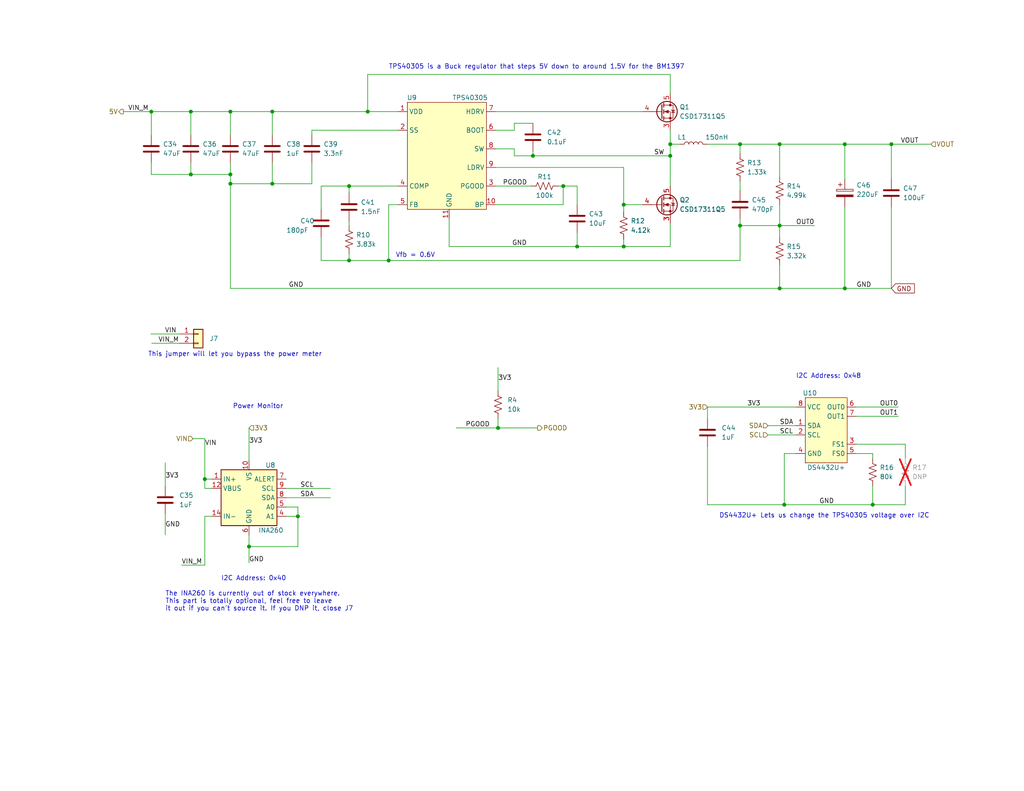
<source format=kicad_sch>
(kicad_sch (version 20230121) (generator eeschema)
  (paper "A")
  (title_block (title "le bitaxeUltra") (date "2023-07-10") (rev "0"))
  (lib_symbols
    (symbol "Connector_Generic:Conn_01x02" (pin_names (offset 1.016) hide)
      (property "Reference" "J" (at 0 2.54 0))
      (property "Value" "Conn_01x02" (at 0 -5.08 0))
      (symbol "Conn_01x02_1_1"
        (rectangle (start -1.27 -2.413) (end 0 -2.667) (stroke (width 0.1524)))
        (rectangle (start -1.27 0.127) (end 0 -0.127) (stroke (width 0.1524)))
        (rectangle (start -1.27 1.27) (end 1.27 -3.81) (stroke (width 0.254)) (fill (type background)))
        (pin passive line (at -5.08 0 0) (length 3.81) (name "Pin_1") (number "1"))
        (pin passive line (at -5.08 -2.54 0) (length 3.81) (name "Pin_2") (number "2"))
      )
    )
    (symbol "Device:C" (pin_numbers hide) (pin_names (offset 0.254))
      (property "Reference" "C" (at 0.635 2.54 0))
      (property "Value" "C" (at 0.635 -2.54 0))
      (symbol "C_0_1"
        (polyline (pts (xy -2.032 -0.762) (xy 2.032 -0.762)) (stroke (width 0.508)))
        (polyline (pts (xy -2.032 0.762) (xy 2.032 0.762)) (stroke (width 0.508)))
      )
      (symbol "C_1_1"
        (pin passive line (at 0 3.81 270) (length 2.794) (name "~") (number "1"))
        (pin passive line (at 0 -3.81 90) (length 2.794) (name "~") (number "2"))
      )
    )
    (symbol "Device:C_Polarized" (pin_numbers hide) (pin_names (offset 0.254))
      (property "Reference" "C" (at 0.635 2.54 0))
      (property "Value" "C_Polarized" (at 0.635 -2.54 0))
      (symbol "C_Polarized_0_1"
        (rectangle (start -2.286 0.508) (end 2.286 1.016))
        (polyline (pts (xy -1.778 2.286) (xy -0.762 2.286)))
        (polyline (pts (xy -1.27 2.794) (xy -1.27 1.778)))
        (rectangle (start 2.286 -0.508) (end -2.286 -1.016) (fill (type outline)))
      )
      (symbol "C_Polarized_1_1"
        (pin passive line (at 0 3.81 270) (length 2.794) (name "~") (number "1"))
        (pin passive line (at 0 -3.81 90) (length 2.794) (name "~") (number "2"))
      )
    )
    (symbol "Device:L" (pin_numbers hide) (pin_names (offset 1.016) hide)
      (property "Reference" "L" (at -1.27 0 90))
      (property "Value" "L" (at 1.905 0 90))
      (symbol "L_0_1"
        (arc (start 0 -2.54) (mid 0.6323 -1.905) (end 0 -1.27))
        (arc (start 0 -1.27) (mid 0.6323 -0.635) (end 0 0))
        (arc (start 0 0) (mid 0.6323 0.635) (end 0 1.27))
        (arc (start 0 1.27) (mid 0.6323 1.905) (end 0 2.54))
      )
      (symbol "L_1_1"
        (pin passive line (at 0 3.81 270) (length 1.27) (name "1") (number "1"))
        (pin passive line (at 0 -3.81 90) (length 1.27) (name "2") (number "2"))
      )
    )
    (symbol "Device:R_US" (pin_numbers hide) (pin_names (offset 0))
      (property "Reference" "R" (at 2.54 0 90))
      (property "Value" "R_US" (at -2.54 0 90))
      (symbol "R_US_0_1"
        (polyline (pts (xy 0 -2.286) (xy 0 -2.54)))
        (polyline (pts (xy 0 2.286) (xy 0 2.54)))
        (polyline (pts (xy 0 -0.762) (xy 1.016 -1.143) (xy 0 -1.524) (xy -1.016 -1.905) (xy 0 -2.286)))
        (polyline (pts (xy 0 0.762) (xy 1.016 0.381) (xy 0 0) (xy -1.016 -0.381) (xy 0 -0.762)))
        (polyline (pts (xy 0 2.286) (xy 1.016 1.905) (xy 0 1.524) (xy -1.016 1.143) (xy 0 0.762)))
      )
      (symbol "R_US_1_1"
        (pin passive line (at 0 3.81 270) (length 1.27) (name "~") (number "1"))
        (pin passive line (at 0 -3.81 90) (length 1.27) (name "~") (number "2"))
      )
    )
    (symbol "Sensor:INA260"
      (property "Reference" "U" (at -6.35 8.89 0))
      (property "Value" "INA260" (at 2.54 8.89 0))
      (symbol "INA260_0_1"
        (rectangle (start -7.62 7.62) (end 7.62 -7.62) (stroke (width 0.254)) (fill (type background)))
      )
      (symbol "INA260_1_1"
        (pin passive line (at -10.16 5.08 0) (length 2.54) (name "IN+") (number "1"))
        (pin power_in line (at 0 10.16 270) (length 2.54) (name "VS") (number "10"))
        (pin passive line (at 0 -10.16 90) (length 2.54) hide (name "GND") (number "11"))
        (pin passive line (at -10.16 2.54 0) (length 2.54) (name "VBUS") (number "12"))
        (pin no_connect line (at 2.54 -7.62 90) (length 2.54) hide (name "NC") (number "13"))
        (pin passive line (at -10.16 -5.08 0) (length 2.54) (name "IN-") (number "14"))
        (pin passive line (at -10.16 -5.08 0) (length 2.54) hide (name "IN-") (number "15"))
        (pin passive line (at -10.16 -5.08 0) (length 2.54) hide (name "IN-") (number "16"))
        (pin passive line (at -10.16 5.08 0) (length 2.54) hide (name "IN+") (number "2"))
        (pin passive line (at -10.16 5.08 0) (length 2.54) hide (name "IN+") (number "3"))
        (pin input line (at 10.16 -5.08 180) (length 2.54) (name "A1") (number "4"))
        (pin input line (at 10.16 -2.54 180) (length 2.54) (name "A0") (number "5"))
        (pin power_in line (at 0 -10.16 90) (length 2.54) (name "GND") (number "6"))
        (pin open_collector line (at 10.16 5.08 180) (length 2.54) (name "ALERT") (number "7"))
        (pin bidirectional line (at 10.16 0 180) (length 2.54) (name "SDA") (number "8"))
        (pin input line (at 10.16 2.54 180) (length 2.54) (name "SCL") (number "9"))
      )
    )
    (symbol "bitaxe:DS4432U+"
      (property "Reference" "U10" (at -5.08 10.16 0))
      (property "Value" "DS4432U+" (at -0.635 -10.16 0))
      (symbol "DS4432U+_0_1"
        (rectangle (start -6.35 8.89) (end 5.08 -8.89) (stroke (width 0.1524)) (fill (type background)))
      )
      (symbol "DS4432U+_1_1"
        (pin input line (at -8.89 1.27 0) (length 2.54) (name "SDA") (number "1"))
        (pin input line (at -8.89 -1.27 0) (length 2.54) (name "SCL") (number "2"))
        (pin input line (at 7.62 -3.81 180) (length 2.54) (name "FS1") (number "3"))
        (pin power_in line (at -8.89 -6.35 0) (length 2.54) (name "GND") (number "4"))
        (pin input line (at 7.62 -6.35 180) (length 2.54) (name "FS0") (number "5"))
        (pin output line (at 7.62 6.35 180) (length 2.54) (name "OUT0") (number "6"))
        (pin output line (at 7.62 3.81 180) (length 2.54) (name "OUT1") (number "7"))
        (pin power_in line (at -8.89 6.35 0) (length 2.54) (name "VCC") (number "8"))
      )
    )
    (symbol "bitaxe:Q_NMOS_CSD17311Q5_1" (pin_names (offset 0) hide)
      (property "Reference" "Q1" (at 5.08 1.27 0))
      (property "Value" "CSD17311Q5" (at 5.08 -1.27 0))
      (symbol "Q_NMOS_CSD17311Q5_1_0_1"
        (polyline (pts (xy 0.254 0) (xy -2.54 0)))
        (polyline (pts (xy 0.254 1.905) (xy 0.254 -1.905)) (stroke (width 0.254)))
        (polyline (pts (xy 0.762 -1.27) (xy 0.762 -2.286)) (stroke (width 0.254)))
        (polyline (pts (xy 0.762 0.508) (xy 0.762 -0.508)) (stroke (width 0.254)))
        (polyline (pts (xy 0.762 2.286) (xy 0.762 1.27)) (stroke (width 0.254)))
        (polyline (pts (xy 2.54 2.54) (xy 2.54 1.778)))
        (polyline (pts (xy 2.54 -2.54) (xy 2.54 0) (xy 0.762 0)))
        (polyline (pts (xy 0.762 -1.778) (xy 3.302 -1.778) (xy 3.302 1.778) (xy 0.762 1.778)))
        (polyline (pts (xy 1.016 0) (xy 2.032 0.381) (xy 2.032 -0.381) (xy 1.016 0)) (fill (type outline)))
        (polyline (pts (xy 2.794 0.508) (xy 2.921 0.381) (xy 3.683 0.381) (xy 3.81 0.254)))
        (polyline (pts (xy 3.302 0.381) (xy 2.921 -0.254) (xy 3.683 -0.254) (xy 3.302 0.381)))
        (circle (center 1.651 0) (radius 2.794) (stroke (width 0.254)))
        (circle (center 2.54 -1.778) (radius 0.254) (fill (type outline)))
        (circle (center 2.54 1.778) (radius 0.254) (fill (type outline)))
      )
      (symbol "Q_NMOS_CSD17311Q5_1_1_1"
        (pin passive line (at 2.54 -5.08 90) (length 2.54) hide (name "") (number "1"))
        (pin passive line (at 2.54 -5.08 90) (length 2.54) hide (name "") (number "2"))
        (pin passive line (at 2.54 -5.08 90) (length 2.54) (name "S") (number "3"))
        (pin input line (at -5.08 0 0) (length 2.54) (name "G") (number "4"))
        (pin passive line (at 2.54 5.08 270) (length 2.54) (name "D") (number "5"))
      )
    )
    (symbol "bitaxe:TPS40305"
      (property "Reference" "U9" (at -10.16 16.51 0))
      (property "Value" "TPS40305" (at 5.715 16.51 0))
      (symbol "TPS40305_0_1"
        (rectangle (start -11.43 15.24) (end 10.16 -13.97) (stroke (width 0.1524)) (fill (type background)))
      )
      (symbol "TPS40305_1_1"
        (pin input line (at -13.97 12.7 0) (length 2.54) (name "VDD") (number "1"))
        (pin input line (at 12.7 -12.7 180) (length 2.54) (name "BP") (number "10"))
        (pin input line (at 0 -16.51 90) (length 2.54) (name "GND") (number "11"))
        (pin input line (at -13.97 7.62 0) (length 2.54) (name "SS") (number "2"))
        (pin input line (at 12.7 -7.62 180) (length 2.54) (name "PGOOD") (number "3"))
        (pin input line (at -13.97 -7.62 0) (length 2.54) (name "COMP") (number "4"))
        (pin input line (at -13.97 -12.7 0) (length 2.54) (name "FB") (number "5"))
        (pin input line (at 12.7 7.62 180) (length 2.54) (name "BOOT") (number "6"))
        (pin input line (at 12.7 12.7 180) (length 2.54) (name "HDRV") (number "7"))
        (pin input line (at 12.7 2.54 180) (length 2.54) (name "SW") (number "8"))
        (pin input line (at 12.7 -2.54 180) (length 2.54) (name "LDRV") (number "9"))
      )
    )
  )
  (junction (at 135.89 116.84))
  (junction (at 62.865 50.165))
  (junction (at 201.93 61.595))
  (junction (at 62.865 47.625))
  (junction (at 238.125 137.795))
  (junction (at 153.67 50.8))
  (junction (at 213.995 137.795))
  (junction (at 41.275 30.48))
  (junction (at 145.415 42.545))
  (junction (at 182.88 42.545))
  (junction (at 212.725 78.74))
  (junction (at 95.25 50.8))
  (junction (at 182.88 39.37))
  (junction (at 170.18 55.88))
  (junction (at 230.505 78.74))
  (junction (at 212.725 39.37))
  (junction (at 52.07 47.625))
  (junction (at 74.295 30.48))
  (junction (at 100.33 30.48))
  (junction (at 106.045 71.12))
  (junction (at 67.945 149.225))
  (junction (at 52.07 30.48))
  (junction (at 230.505 39.37))
  (junction (at 212.725 61.595))
  (junction (at 81.28 140.97))
  (junction (at 157.48 67.31))
  (junction (at 62.865 30.48))
  (junction (at 74.295 50.165))
  (junction (at 243.205 39.37))
  (junction (at 55.88 130.81))
  (junction (at 201.93 39.37))
  (junction (at 95.25 71.12))
  (junction (at 170.18 67.31))
  (wire (pts (xy 247.015 137.795) (xy 238.125 137.795)))
  (wire (pts (xy 243.205 39.37) (xy 230.505 39.37)))
  (wire (pts (xy 193.04 111.125) (xy 217.17 111.125)))
  (wire (pts (xy 157.48 63.5) (xy 157.48 67.31)))
  (wire (pts (xy 41.275 30.48) (xy 52.07 30.48)))
  (wire (pts (xy 108.585 50.8) (xy 95.25 50.8)))
  (wire (pts (xy 182.88 35.56) (xy 182.88 39.37)))
  (wire (pts (xy 243.205 48.895) (xy 243.205 39.37)))
  (wire (pts (xy 170.18 55.88) (xy 175.26 55.88)))
  (wire (pts (xy 67.945 116.84) (xy 67.945 125.73)))
  (wire (pts (xy 95.25 60.325) (xy 95.25 61.595)))
  (wire (pts (xy 74.295 44.45) (xy 74.295 50.165)))
  (wire (pts (xy 212.725 55.88) (xy 212.725 61.595)))
  (wire (pts (xy 170.18 45.72) (xy 170.18 55.88)))
  (wire (pts (xy 55.88 130.81) (xy 55.88 119.761)))
  (wire (pts (xy 52.07 44.45) (xy 52.07 47.625)))
  (wire (pts (xy 170.18 67.31) (xy 170.18 65.405)))
  (wire (pts (xy 233.68 113.665) (xy 245.11 113.665)))
  (wire (pts (xy 85.09 44.45) (xy 85.09 50.165)))
  (wire (pts (xy 247.015 132.715) (xy 247.015 137.795)))
  (wire (pts (xy 182.88 20.32) (xy 100.33 20.32)))
  (wire (pts (xy 193.04 114.3) (xy 193.04 111.125)))
  (wire (pts (xy 201.93 39.37) (xy 201.93 41.91)))
  (wire (pts (xy 57.785 133.35) (xy 55.88 133.35)))
  (wire (pts (xy 52.07 47.625) (xy 62.865 47.625)))
  (wire (pts (xy 243.205 39.37) (xy 254 39.37)))
  (wire (pts (xy 55.88 140.97) (xy 55.88 154.305)))
  (wire (pts (xy 124.46 116.84) (xy 135.89 116.84)))
  (wire (pts (xy 87.63 71.12) (xy 87.63 64.77)))
  (wire (pts (xy 87.63 50.8) (xy 87.63 57.15)))
  (wire (pts (xy 49.53 154.305) (xy 55.88 154.305)))
  (wire (pts (xy 209.55 116.205) (xy 217.17 116.205)))
  (wire (pts (xy 62.865 50.165) (xy 74.295 50.165)))
  (wire (pts (xy 78.105 138.43) (xy 81.28 138.43)))
  (wire (pts (xy 122.555 67.31) (xy 157.48 67.31)))
  (wire (pts (xy 81.28 149.225) (xy 67.945 149.225)))
  (wire (pts (xy 213.995 123.825) (xy 217.17 123.825)))
  (wire (pts (xy 62.865 78.74) (xy 212.725 78.74)))
  (wire (pts (xy 201.93 49.53) (xy 201.93 52.07)))
  (wire (pts (xy 57.785 130.81) (xy 55.88 130.81)))
  (wire (pts (xy 74.295 30.48) (xy 74.295 36.83)))
  (wire (pts (xy 95.25 69.215) (xy 95.25 71.12)))
  (wire (pts (xy 233.68 121.285) (xy 247.015 121.285)))
  (wire (pts (xy 212.725 72.39) (xy 212.725 78.74)))
  (wire (pts (xy 41.402 93.726) (xy 49.022 93.726)))
  (wire (pts (xy 157.48 67.31) (xy 170.18 67.31)))
  (wire (pts (xy 238.125 132.715) (xy 238.125 137.795)))
  (wire (pts (xy 153.67 55.88) (xy 153.67 50.8)))
  (wire (pts (xy 230.505 39.37) (xy 230.505 48.895)))
  (wire (pts (xy 212.725 61.595) (xy 212.725 64.77)))
  (wire (pts (xy 140.335 40.64) (xy 140.335 42.545)))
  (wire (pts (xy 182.88 60.96) (xy 182.88 67.31)))
  (wire (pts (xy 81.28 138.43) (xy 81.28 140.97)))
  (wire (pts (xy 135.255 45.72) (xy 170.18 45.72)))
  (wire (pts (xy 135.255 40.64) (xy 140.335 40.64)))
  (wire (pts (xy 41.275 47.625) (xy 52.07 47.625)))
  (wire (pts (xy 233.68 111.125) (xy 245.11 111.125)))
  (wire (pts (xy 135.255 55.88) (xy 153.67 55.88)))
  (wire (pts (xy 41.275 36.83) (xy 41.275 30.48)))
  (wire (pts (xy 230.505 56.515) (xy 230.505 78.74)))
  (wire (pts (xy 62.865 30.48) (xy 62.865 36.83)))
  (wire (pts (xy 152.4 50.8) (xy 153.67 50.8)))
  (wire (pts (xy 52.07 30.48) (xy 62.865 30.48)))
  (wire (pts (xy 213.995 137.795) (xy 213.995 123.825)))
  (wire (pts (xy 45.085 140.335) (xy 45.085 146.05)))
  (wire (pts (xy 140.335 42.545) (xy 145.415 42.545)))
  (wire (pts (xy 230.505 39.37) (xy 212.725 39.37)))
  (wire (pts (xy 100.33 20.32) (xy 100.33 30.48)))
  (wire (pts (xy 182.88 67.31) (xy 170.18 67.31)))
  (wire (pts (xy 67.945 149.225) (xy 67.945 153.67)))
  (wire (pts (xy 233.68 123.825) (xy 238.125 123.825)))
  (wire (pts (xy 135.89 116.84) (xy 146.685 116.84)))
  (wire (pts (xy 170.18 55.88) (xy 170.18 57.785)))
  (wire (pts (xy 182.88 42.545) (xy 182.88 50.8)))
  (wire (pts (xy 95.25 71.12) (xy 87.63 71.12)))
  (wire (pts (xy 62.865 30.48) (xy 74.295 30.48)))
  (wire (pts (xy 230.505 78.74) (xy 243.205 78.74)))
  (wire (pts (xy 193.04 137.795) (xy 213.995 137.795)))
  (wire (pts (xy 78.105 140.97) (xy 81.28 140.97)))
  (wire (pts (xy 67.945 146.05) (xy 67.945 149.225)))
  (wire (pts (xy 135.255 50.8) (xy 144.78 50.8)))
  (wire (pts (xy 106.045 71.12) (xy 95.25 71.12)))
  (wire (pts (xy 157.48 50.8) (xy 157.48 55.88)))
  (wire (pts (xy 52.07 30.48) (xy 52.07 36.83)))
  (wire (pts (xy 135.89 114.3) (xy 135.89 116.84)))
  (wire (pts (xy 62.865 47.625) (xy 62.865 50.165)))
  (wire (pts (xy 145.415 42.545) (xy 182.88 42.545)))
  (wire (pts (xy 182.88 25.4) (xy 182.88 20.32)))
  (wire (pts (xy 62.865 50.165) (xy 62.865 78.74)))
  (wire (pts (xy 247.015 121.285) (xy 247.015 125.095)))
  (wire (pts (xy 41.275 44.45) (xy 41.275 47.625)))
  (wire (pts (xy 62.865 44.45) (xy 62.865 47.625)))
  (wire (pts (xy 122.555 59.69) (xy 122.555 67.31)))
  (wire (pts (xy 212.725 61.595) (xy 222.25 61.595)))
  (wire (pts (xy 212.725 78.74) (xy 230.505 78.74)))
  (wire (pts (xy 193.04 39.37) (xy 201.93 39.37)))
  (wire (pts (xy 209.55 118.745) (xy 217.17 118.745)))
  (wire (pts (xy 108.585 55.88) (xy 106.045 55.88)))
  (wire (pts (xy 108.585 35.56) (xy 85.09 35.56)))
  (wire (pts (xy 57.785 140.97) (xy 55.88 140.97)))
  (wire (pts (xy 201.93 39.37) (xy 212.725 39.37)))
  (wire (pts (xy 153.67 50.8) (xy 157.48 50.8)))
  (wire (pts (xy 140.335 35.56) (xy 140.335 33.655)))
  (wire (pts (xy 201.93 59.69) (xy 201.93 61.595)))
  (wire (pts (xy 41.148 91.186) (xy 49.022 91.186)))
  (wire (pts (xy 243.205 56.515) (xy 243.205 78.74)))
  (wire (pts (xy 201.93 71.12) (xy 106.045 71.12)))
  (wire (pts (xy 95.25 50.8) (xy 87.63 50.8)))
  (wire (pts (xy 74.295 30.48) (xy 100.33 30.48)))
  (wire (pts (xy 140.335 33.655) (xy 145.415 33.655)))
  (wire (pts (xy 145.415 41.275) (xy 145.415 42.545)))
  (wire (pts (xy 45.085 126.365) (xy 45.085 132.715)))
  (wire (pts (xy 135.255 30.48) (xy 175.26 30.48)))
  (wire (pts (xy 55.88 133.35) (xy 55.88 130.81)))
  (wire (pts (xy 100.33 30.48) (xy 108.585 30.48)))
  (wire (pts (xy 85.09 35.56) (xy 85.09 36.83)))
  (wire (pts (xy 212.725 39.37) (xy 212.725 48.26)))
  (wire (pts (xy 182.88 39.37) (xy 185.42 39.37)))
  (wire (pts (xy 135.89 100.33) (xy 135.89 106.68)))
  (wire (pts (xy 238.125 123.825) (xy 238.125 125.095)))
  (wire (pts (xy 201.93 61.595) (xy 201.93 71.12)))
  (wire (pts (xy 135.255 35.56) (xy 140.335 35.56)))
  (wire (pts (xy 78.105 133.35) (xy 90.17 133.35)))
  (wire (pts (xy 81.28 140.97) (xy 81.28 149.225)))
  (wire (pts (xy 106.045 55.88) (xy 106.045 71.12)))
  (wire (pts (xy 182.88 39.37) (xy 182.88 42.545)))
  (wire (pts (xy 238.125 137.795) (xy 213.995 137.795)))
  (wire (pts (xy 193.04 121.92) (xy 193.04 137.795)))
  (wire (pts (xy 52.705 119.761) (xy 55.88 119.761)))
  (wire (pts (xy 33.655 30.48) (xy 41.275 30.48)))
  (wire (pts (xy 78.105 135.89) (xy 90.17 135.89)))
  (wire (pts (xy 74.295 50.165) (xy 85.09 50.165)))
  (wire (pts (xy 201.93 61.595) (xy 212.725 61.595)))
  (wire (pts (xy 95.25 50.8) (xy 95.25 52.705)))
  (text "DS4432U+ Lets us change the TPS40305 voltage over I2C" (at 196.215 141.605 0) (effects (font (size 1.27 1.27)) (justify left bottom)))
  (text "I2C Address: 0x48" (at 217.17 103.505 0) (effects (font (size 1.27 1.27)) (justify left bottom)))
  (text "The INA260 is currently out of stock everywhere.\nThis part is totally optional, feel free to leave \nit out if you can't source it. If you DNP it, close J7" (at 45.085 167.005 0) (effects (font (size 1.27 1.27)) (justify left bottom)))
  (text "Power Monitor" (at 63.5 111.76 0) (effects (font (size 1.27 1.27)) (justify left bottom)))
  (text "TPS40305 is a Buck regulator that steps 5V down to around 1.5V for the BM1397" (at 106.045 19.05 0) (effects (font (size 1.27 1.27)) (justify left bottom)))
  (text "I2C Address: 0x40" (at 60.325 158.75 0) (effects (font (size 1.27 1.27)) (justify left bottom)))
  (text "Vfb = 0.6V" (at 107.95 70.485 0) (effects (font (size 1.27 1.27)) (justify left bottom)))
  (text "This jumper will let you bypass the power meter" (at 40.386 97.536 0) (effects (font (size 1.27 1.27)) (justify left bottom)))
  (label "3V3" (at 203.835 111.125 0))
  (label "SDA" (at 212.725 116.205 0))
  (label "VIN_M" (at 34.925 30.48 0))
  (label "GND" (at 233.68 78.74 0))
  (label "VIN_M" (at 49.53 154.305 0))
  (label "GND" (at 78.74 78.74 0))
  (label "VIN" (at 44.958 91.186 0))
  (label "GND" (at 67.945 153.67 0))
  (label "3V3" (at 67.945 121.285 0))
  (label "PGOOD" (at 137.16 50.8 0))
  (label "GND" (at 45.085 144.145 0))
  (label "SCL" (at 81.915 133.35 0))
  (label "VOUT" (at 245.745 39.37 0))
  (label "3V3" (at 45.085 130.81 0))
  (label "OUT1" (at 240.03 113.665 0))
  (label "SCL" (at 212.725 118.745 0))
  (label "SDA" (at 81.915 135.89 0))
  (label "OUT0" (at 217.17 61.595 0))
  (label "OUT0" (at 240.03 111.125 0))
  (label "GND" (at 223.52 137.795 0))
  (label "VIN_M" (at 43.18 93.726 0))
  (label "3V3" (at 135.89 104.14 0))
  (label "PGOOD" (at 127 116.84 0))
  (label "SW" (at 178.435 42.545 0))
  (label "GND" (at 139.7 67.31 0))
  (label "VIN" (at 55.88 121.92 0))
  (global_label "GND" (shape input) (at 243.205 78.74 0) (property "Intersheetrefs" "${INTERSHEET_REFS}" (effects hide)))
  (hierarchical_label "SDA" (shape input) (at 209.55 116.205 180))
  (hierarchical_label "5V" (shape output) (at 33.655 30.48 180))
  (hierarchical_label "SCL" (shape input) (at 209.55 118.745 180))
  (hierarchical_label "3V3" (shape input) (at 67.945 116.84 0))
  (hierarchical_label "VOUT" (shape input) (at 254 39.37 0))
  (hierarchical_label "VIN" (shape input) (at 52.705 119.761 180))
  (hierarchical_label "3V3" (shape input) (at 193.04 111.125 180))
  (hierarchical_label "PGOOD" (shape output) (at 146.685 116.84 0))
  (symbol (lib_id "Device:C") (at 157.48 59.69 0) (unit 1)
    (property "Reference" "C43" (at 160.655 58.4199 0) (effects (justify left)))
    (property "Value" "10uF" (at 160.655 60.9599 0) (effects (justify left)))
    (property "Footprint" "Capacitor_SMD:C_0805_2012Metric" (effects hide))
    (property "DK" "1276-1096-1-ND" (effects hide))
    (property "PARTNO" "CL21A106KOQNNNE" (effects hide))
  )
  (symbol (lib_id "Device:R_US") (at 212.725 52.07 0) (unit 1)
    (property "Reference" "R14" (at 214.63 50.7999 0) (effects (justify left)))
    (property "Value" "4.99k" (at 214.63 53.3399 0) (effects (justify left)))
    (property "Footprint" "Resistor_SMD:R_0402_1005Metric" (effects hide))
    (property "DK" "311-4.99KLRCT-ND" (effects hide))
    (property "PARTNO" "RC0402FR-074K99L" (effects hide))
  )
  (symbol (lib_id "Device:C") (at 62.865 40.64 0) (unit 1)
    (property "Reference" "C37" (at 66.04 39.3699 0) (effects (justify left)))
    (property "Value" "47uF" (at 66.04 41.9099 0) (effects (justify left)))
    (property "Footprint" "Capacitor_SMD:C_1210_3225Metric" (effects hide))
    (property "DK" "490-6539-1-ND" (effects hide))
    (property "PARTNO" "GRM32ER61C476KE15L" (effects hide))
  )
  (symbol (lib_id "Device:C_Polarized") (at 230.505 52.705 0) (unit 1)
    (property "Reference" "C46" (at 233.68 50.5459 0) (effects (justify left)))
    (property "Value" "220uF" (at 233.68 53.0859 0) (effects (justify left)))
    (property "Footprint" "bitaxe:CAP_2R5TPE220MAFB" (effects hide))
    (property "Datasheet" "https://media.digikey.com/pdf/Data%20Sheets/Panasonic%20Capacitors%20PDFs/TPE_Series_POSCAP_Rev02_Oct_2017.pdf" (effects hide))
    (property "PARTNO" "2R5TPE220MAFB" (effects hide))
    (property "DK" "P16200CT-ND" (effects hide))
  )
  (symbol (lib_id "bitaxe:TPS40305") (at 122.555 43.18 0) (unit 1)
    (property "Reference" "U9" (at 112.395 26.67 0))
    (property "Value" "TPS40305" (at 128.27 26.67 0))
    (property "Footprint" "bitaxe:TPS40305" (effects hide))
    (property "Datasheet" "https://www.ti.com/lit/ds/symlink/tps40303.pdf" (effects hide))
    (property "DK" "296-37445-1-ND" (effects hide))
    (property "PARTNO" "TPS40305DRCR" (effects hide))
  )
  (symbol (lib_id "Sensor:INA260") (at 67.945 135.89 0) (unit 1)
    (property "Reference" "U8" (at 72.39 127 0) (effects (justify left)))
    (property "Value" "INA260" (at 70.485 144.78 0) (effects (justify left)))
    (property "Footprint" "Package_SO:TSSOP-16_4.4x5mm_P0.65mm" (effects hide))
    (property "Datasheet" "http://www.ti.com/lit/ds/symlink/ina260.pdf" (effects hide))
    (property "PARTNO" "INA260AIPWR" (effects hide))
    (property "DK" "296-47777-1-ND" (effects hide))
  )
  (symbol (lib_id "Device:C") (at 41.275 40.64 0) (unit 1)
    (property "Reference" "C34" (at 44.45 39.3699 0) (effects (justify left)))
    (property "Value" "47uF" (at 44.45 41.9099 0) (effects (justify left)))
    (property "Footprint" "Capacitor_SMD:C_1210_3225Metric" (effects hide))
    (property "DK" "490-6539-1-ND" (effects hide))
    (property "PARTNO" "GRM32ER61C476KE15L" (effects hide))
  )
  (symbol (lib_id "bitaxe:Q_NMOS_CSD17311Q5_1") (at 180.34 55.88 0) (unit 1)
    (property "Reference" "Q2" (at 185.42 54.61 0) (effects (justify left)))
    (property "Value" "CSD17311Q5" (at 185.42 57.15 0) (effects (justify left)))
    (property "Footprint" "bitaxe:CSD17311Q5" (effects hide))
    (property "Datasheet" "https://www.ti.com/lit/ds/symlink/csd17311q5.pdf" (effects hide))
    (property "DK" "296-27625-1-ND" (effects hide))
    (property "PARTNO" "CSD17311Q5" (effects hide))
  )
  (symbol (lib_id "Device:C") (at 85.09 40.64 0) (unit 1)
    (property "Reference" "C39" (at 88.265 39.3699 0) (effects (justify left)))
    (property "Value" "3.3nF" (at 88.265 41.9099 0) (effects (justify left)))
    (property "Footprint" "Capacitor_SMD:C_0402_1005Metric" (effects hide))
    (property "DK" "1276-1552-1-ND" (effects hide))
    (property "PARTNO" "CL05B332KB5NNNC" (effects hide))
  )
  (symbol (lib_id "Device:C") (at 52.07 40.64 0) (unit 1)
    (property "Reference" "C36" (at 55.245 39.3699 0) (effects (justify left)))
    (property "Value" "47uF" (at 55.245 41.9099 0) (effects (justify left)))
    (property "Footprint" "Capacitor_SMD:C_1210_3225Metric" (effects hide))
    (property "DK" "490-6539-1-ND" (effects hide))
    (property "PARTNO" "GRM32ER61C476KE15L" (effects hide))
  )
  (symbol (lib_id "Device:C") (at 74.295 40.64 0) (unit 1)
    (property "Reference" "C38" (at 78.105 39.3699 0) (effects (justify left)))
    (property "Value" "1uF" (at 78.105 41.9099 0) (effects (justify left)))
    (property "Footprint" "Capacitor_SMD:C_0805_2012Metric" (effects hide))
    (property "DK" "1276-6471-1-ND" (effects hide))
    (property "PARTNO" "CL21B105KOFNNNG" (effects hide))
  )
  (symbol (lib_id "bitaxe:DS4432U+") (at 226.06 117.475 0) (unit 1)
    (property "Reference" "U10" (at 220.98 107.315 0))
    (property "Value" "DS4432U+" (at 225.425 127.635 0))
    (property "Footprint" "Package_SO:TSSOP-8_3x3mm_P0.65mm" (effects hide))
    (property "Datasheet" "https://datasheets.maximintegrated.com/en/ds/DS4432.pdf" (effects hide))
    (property "DK" "DS4432U+-ND" (effects hide))
    (property "PARTNO" "DS4432U+" (effects hide))
  )
  (symbol (lib_id "Device:C") (at 243.205 52.705 0) (unit 1)
    (property "Reference" "C47" (at 246.38 51.4349 0) (effects (justify left)))
    (property "Value" "100uF" (at 246.38 53.9749 0) (effects (justify left)))
    (property "Footprint" "Capacitor_SMD:C_1206_3216Metric" (effects hide))
    (property "PARTNO" "C3216X5R0J107M160AB" (effects hide))
    (property "DK" "445-6008-1-ND" (effects hide))
  )
  (symbol (lib_id "Device:C") (at 95.25 56.515 0) (unit 1)
    (property "Reference" "C41" (at 98.425 55.2449 0) (effects (justify left)))
    (property "Value" "1.5nF" (at 98.425 57.7849 0) (effects (justify left)))
    (property "Footprint" "Capacitor_SMD:C_0805_2012Metric" (effects hide))
    (property "DK" "311-1128-1-ND" (effects hide))
    (property "PARTNO" "CC0805KRX7R9BB152" (effects hide))
  )
  (symbol (lib_id "Device:R_US") (at 212.725 68.58 0) (unit 1)
    (property "Reference" "R15" (at 214.63 67.3099 0) (effects (justify left)))
    (property "Value" "3.32k" (at 214.63 69.8499 0) (effects (justify left)))
    (property "Footprint" "Resistor_SMD:R_0402_1005Metric" (effects hide))
    (property "DK" "311-3.32KLRCT-ND" (effects hide))
    (property "PARTNO" "RC0402FR-073K32L" (effects hide))
  )
  (symbol (lib_id "Device:R_US") (at 148.59 50.8 90) (unit 1)
    (property "Reference" "R11" (at 148.59 48.26 90))
    (property "Value" "100k" (at 148.59 53.34 90))
    (property "Footprint" "Resistor_SMD:R_0402_1005Metric" (effects hide))
    (property "DK" "311-100KJRCT-ND" (effects hide))
    (property "PARTNO" "RC0402JR-07100KL" (effects hide))
  )
  (symbol (lib_id "Device:C") (at 145.415 37.465 0) (unit 1)
    (property "Reference" "C42" (at 149.225 36.1949 0) (effects (justify left)))
    (property "Value" "0.1uF" (at 149.225 38.7349 0) (effects (justify left)))
    (property "Footprint" "Capacitor_SMD:C_0402_1005Metric" (effects hide))
    (property "DK" "1292-1639-1-ND" (effects hide))
    (property "PARTNO" "0402X104K100CT" (effects hide))
  )
  (symbol (lib_id "Connector_Generic:Conn_01x02") (at 54.102 91.186 0) (unit 1)
    (property "Reference" "J7" (at 57.15 92.4559 0) (effects (justify left)))
    (property "Value" "Conn_01x02" (effects hide))
    (property "Footprint" "Connector_PinHeader_2.54mm:PinHeader_1x02_P2.54mm_Vertical" (effects hide))
  )
  (symbol (lib_id "Device:R_US") (at 238.125 128.905 0) (unit 1)
    (property "Reference" "R16" (at 240.03 127.6349 0) (effects (justify left)))
    (property "Value" "80k" (at 240.03 130.1749 0) (effects (justify left)))
    (property "Footprint" "Resistor_SMD:R_0402_1005Metric" (effects hide))
    (property "DK" "311-80.6KLRCT-ND" (effects hide))
    (property "PARTNO" "RC0402FR-0780K6L" (effects hide))
  )
  (symbol (lib_id "Device:C") (at 193.04 118.11 0) (unit 1)
    (property "Reference" "C44" (at 196.85 116.8399 0) (effects (justify left)))
    (property "Value" "1uF" (at 196.85 119.3799 0) (effects (justify left)))
    (property "Footprint" "Capacitor_SMD:C_0402_1005Metric" (effects hide))
    (property "DK" "587-5514-1-ND" (effects hide))
    (property "PARTNO" "EMK105BJ105MV-F" (effects hide))
  )
  (symbol (lib_id "Device:R_US") (at 201.93 45.72 0) (unit 1)
    (property "Reference" "R13" (at 203.835 44.4499 0) (effects (justify left)))
    (property "Value" "1.33k" (at 203.835 46.9899 0) (effects (justify left)))
    (property "Footprint" "Resistor_SMD:R_0402_1005Metric" (effects hide))
    (property "DK" "311-1.33KLRCT-ND" (effects hide))
    (property "PARTNO" "RC0402FR-071K33L" (effects hide))
  )
  (symbol (lib_id "Device:R_US") (at 95.25 65.405 0) (unit 1)
    (property "Reference" "R10" (at 97.155 64.1349 0) (effects (justify left)))
    (property "Value" "3.83k" (at 97.155 66.6749 0) (effects (justify left)))
    (property "Footprint" "Resistor_SMD:R_0402_1005Metric" (effects hide))
    (property "DK" "311-3.83KLRCT-ND" (effects hide))
    (property "PARTNO" "RC0402FR-073K83L" (effects hide))
  )
  (symbol (lib_id "bitaxe:Q_NMOS_CSD17311Q5_1") (at 180.34 30.48 0) (unit 1)
    (property "Reference" "Q1" (at 185.42 29.21 0) (effects (justify left)))
    (property "Value" "CSD17311Q5" (at 185.42 31.75 0) (effects (justify left)))
    (property "Footprint" "bitaxe:CSD17311Q5" (effects hide))
    (property "Datasheet" "https://www.ti.com/lit/ds/symlink/csd17311q5.pdf" (effects hide))
    (property "DK" "296-27625-1-ND" (effects hide))
    (property "PARTNO" "CSD17311Q5" (effects hide))
  )
  (symbol (lib_id "Device:C") (at 201.93 55.88 0) (unit 1)
    (property "Reference" "C45" (at 205.105 54.6099 0) (effects (justify left)))
    (property "Value" "470pF" (at 205.105 57.1499 0) (effects (justify left)))
    (property "Footprint" "Capacitor_SMD:C_0805_2012Metric" (effects hide))
    (property "DK" "1292-1580-1-ND" (effects hide))
    (property "PARTNO" "0805B471K500CT" (effects hide))
  )
  (symbol (lib_id "Device:L") (at 189.23 39.37 90) (unit 1)
    (property "Reference" "L1" (at 186.055 37.465 90))
    (property "Value" "150nH" (at 195.58 37.465 90))
    (property "Footprint" "bitaxe:FP1005R1-R15-R" (effects hide))
    (property "Datasheet" "https://www.eaton.com/content/dam/eaton/products/electronic-components/resources/data-sheet/eaton-fp1005r-high-current-power-inductors-data-sheet.pdf" (effects hide))
    (property "PARTNO" "FP1005R1-R15-R" (effects hide))
    (property "DK" "513-1568-1-ND" (effects hide))
  )
  (symbol (lib_id "Device:R_US") (at 247.015 128.905 0) (unit 1) (dnp yes)
    (property "Reference" "R17" (at 248.92 127.6349 0) (effects (justify left)))
    (property "Value" "DNP" (at 248.92 130.1749 0) (effects (justify left)))
    (property "Footprint" "Resistor_SMD:R_0402_1005Metric" (effects hide))
  )
  (symbol (lib_id "Device:R_US") (at 170.18 61.595 0) (unit 1)
    (property "Reference" "R12" (at 172.085 60.3249 0) (effects (justify left)))
    (property "Value" "4.12k" (at 172.085 62.8649 0) (effects (justify left)))
    (property "Footprint" "Resistor_SMD:R_0402_1005Metric" (effects hide))
    (property "DK" "RMCF0402FT4K12CT-ND" (effects hide))
    (property "PARTNO" "RMCF0402FT4K12" (effects hide))
  )
  (symbol (lib_id "Device:C") (at 45.085 136.525 0) (unit 1)
    (property "Reference" "C35" (at 48.895 135.2549 0) (effects (justify left)))
    (property "Value" "1uF" (at 48.895 137.7949 0) (effects (justify left)))
    (property "Footprint" "Capacitor_SMD:C_0402_1005Metric" (effects hide))
    (property "DK" "587-5514-1-ND" (effects hide))
    (property "PARTNO" "EMK105BJ105MV-F" (effects hide))
  )
  (symbol (lib_id "Device:C") (at 87.63 60.96 0) (unit 1)
    (property "Reference" "C40" (at 81.915 60.325 0) (effects (justify left)))
    (property "Value" "180pF" (at 78.105 62.865 0) (effects (justify left)))
    (property "Footprint" "Capacitor_SMD:C_0805_2012Metric" (effects hide))
    (property "DK" "311-1114-1-ND" (effects hide))
    (property "PARTNO" "CC0805JRNPO9BN181" (effects hide))
  )
  (symbol (lib_id "Device:R_US") (at 135.89 110.49 0) (unit 1)
    (property "Reference" "R4" (at 138.43 109.2199 0) (effects (justify left)))
    (property "Value" "10k" (at 138.43 111.7599 0) (effects (justify left)))
    (property "Footprint" "Resistor_SMD:R_0402_1005Metric" (effects hide))
    (property "DK" "311-10KJRCT-ND" (effects hide))
    (property "PARTNO" "RC0402JR-0710KL" (effects hide))
  )
)
</source>
